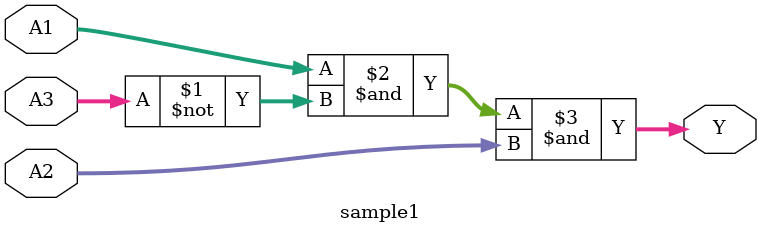
<source format=v>
/*
 * Generated by Digiblock. Don't modify this file!
 * Any changes will be lost if this file is regenerated.
 */

module sample1 (
  input [1:0] A1,
  input [1:0] A2,
  input [1:0] A3,
  output [1:0] Y
);
  assign Y = (A1 & ~ A3 & A2);
endmodule

</source>
